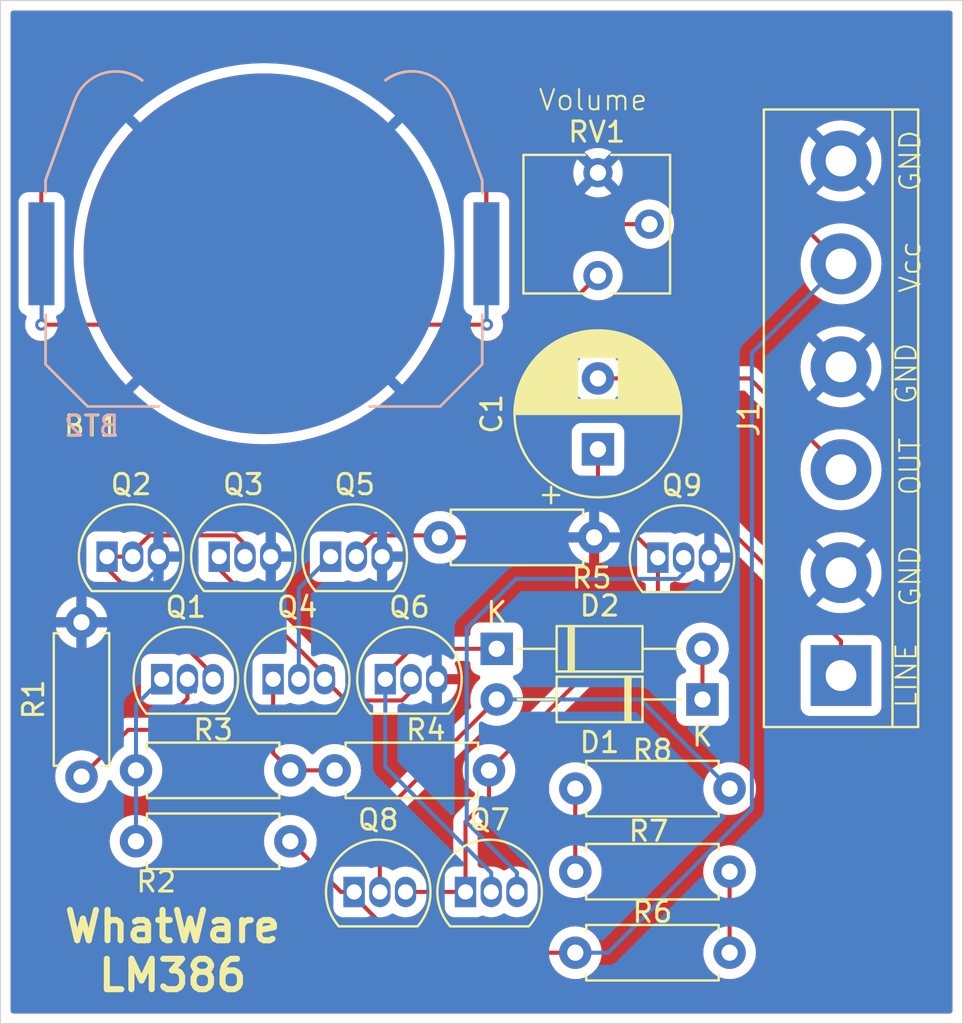
<source format=kicad_pcb>
(kicad_pcb (version 20240108) (generator "pcbnew") (generator_version "8.0")
  (layers (0 "F.Cu" signal) (31 "B.Cu" signal) (34 "B.Paste" user) (35 "F.Paste" user) (36 "B.SilkS" user "B.Silkscreen") (37 "F.SilkS" user "F.Silkscreen") (38 "B.Mask" user) (39 "F.Mask" user) (44 "Edge.Cuts" user))
  (net 0 "")
  (net 1 "VCC")
  (net 2 "Net-(BT1--)")
  (net 3 "GND")
  (net 4 "/FEEDBACK")
  (net 5 "/OUTPUT")
  (net 6 "Net-(D1-A)")
  (net 7 "Net-(D1-K)")
  (net 8 "Net-(J1-Pin_1)")
  (net 9 "/INPUT")
  (net 10 "Net-(D2-K)")
  (net 11 "Net-(Q3-C)")
  (net 12 "Net-(Q1-C)")
  (net 13 "Net-(Q1-B)")
  (net 14 "Net-(Q1-E)")
  (net 15 "Net-(Q4-C)")
  (net 16 "Net-(Q4-B)")
  (net 17 "Net-(Q7-E)")
  (net 18 "Net-(R6-Pad2)")
  (net 19 "Net-(R7-Pad2)")
  (footprint "Package_TO_SOT_THT:TO-92L_Inline" (layer "F.Cu") (at 96.46 93)
    (property "Reference" "Q8" (at 1.19 -3.56 0) (layer "F.SilkS"))
    (property "Value" "NPN")
    (pad "1" thru_hole rect (at 0 0) (size 1.05 1.5) (drill 0.75) (layers "*.Cu" "*.Mask" "In1.Cu" "In2.Cu" "In3.Cu" "In4.Cu" "In5.Cu" "In6.Cu" "In7.Cu" "In8.Cu" "In9.Cu" "In10.Cu" "In11.Cu" "In12.Cu" "In13.Cu" "In14.Cu" "In15.Cu" "In16.Cu" "In17.Cu" "In18.Cu" "In19.Cu" "In20.Cu" "In21.Cu" "In22.Cu" "In23.Cu" "In24.Cu" "In25.Cu" "In26.Cu" "In27.Cu" "In28.Cu" "In29.Cu" "In30.Cu") (net 1 "VCC"))
    (pad "2" thru_hole oval (at 1.27 0) (size 1.05 1.5) (drill 0.75) (layers "*.Cu" "*.Mask" "In1.Cu" "In2.Cu" "In3.Cu" "In4.Cu" "In5.Cu" "In6.Cu" "In7.Cu" "In8.Cu" "In9.Cu" "In10.Cu" "In11.Cu" "In12.Cu" "In13.Cu" "In14.Cu" "In15.Cu" "In16.Cu" "In17.Cu" "In18.Cu" "In19.Cu" "In20.Cu" "In21.Cu" "In22.Cu" "In23.Cu" "In24.Cu" "In25.Cu" "In26.Cu" "In27.Cu" "In28.Cu" "In29.Cu" "In30.Cu") (net 6 "Net-(D1-A)"))
    (pad "3" thru_hole oval (at 2.54 0) (size 1.05 1.5) (drill 0.75) (layers "*.Cu" "*.Mask" "In1.Cu" "In2.Cu" "In3.Cu" "In4.Cu" "In5.Cu" "In6.Cu" "In7.Cu" "In8.Cu" "In9.Cu" "In10.Cu" "In11.Cu" "In12.Cu" "In13.Cu" "In14.Cu" "In15.Cu" "In16.Cu" "In17.Cu" "In18.Cu" "In19.Cu" "In20.Cu" "In21.Cu" "In22.Cu" "In23.Cu" "In24.Cu" "In25.Cu" "In26.Cu" "In27.Cu" "In28.Cu" "In29.Cu" "In30.Cu") (net 4 "/FEEDBACK"))
  )
  (footprint "Capacitor_THT:CP_Radial_D8.0mm_P3.50mm" (layer "F.Cu") (at 108.5 71.152651 90)
    (property "Reference" "C1" (at 1.75 -5.25 90) (layer "F.SilkS"))
    (property "Value" "820u")
    (pad "1" thru_hole rect (at 0 0 90) (size 1.6 1.6) (drill 0.8) (layers "*.Cu" "*.Mask" "In1.Cu" "In2.Cu" "In3.Cu" "In4.Cu" "In5.Cu" "In6.Cu" "In7.Cu" "In8.Cu" "In9.Cu" "In10.Cu" "In11.Cu" "In12.Cu" "In13.Cu" "In14.Cu" "In15.Cu" "In16.Cu" "In17.Cu" "In18.Cu" "In19.Cu" "In20.Cu" "In21.Cu" "In22.Cu" "In23.Cu" "In24.Cu" "In25.Cu" "In26.Cu" "In27.Cu" "In28.Cu" "In29.Cu" "In30.Cu") (net 4 "/FEEDBACK"))
    (pad "2" thru_hole circle (at 3.5 0 90) (size 1.6 1.6) (drill 0.8) (layers "*.Cu" "*.Mask" "In1.Cu" "In2.Cu" "In3.Cu" "In4.Cu" "In5.Cu" "In6.Cu" "In7.Cu" "In8.Cu" "In9.Cu" "In10.Cu" "In11.Cu" "In12.Cu" "In13.Cu" "In14.Cu" "In15.Cu" "In16.Cu" "In17.Cu" "In18.Cu" "In19.Cu" "In20.Cu" "In21.Cu" "In22.Cu" "In23.Cu" "In24.Cu" "In25.Cu" "In26.Cu" "In27.Cu" "In28.Cu" "In29.Cu" "In30.Cu") (net 5 "/OUTPUT"))
  )
  (footprint "Package_TO_SOT_THT:TO-92L_Inline" (layer "F.Cu") (at 111.46 76.5)
    (property "Reference" "Q9" (at 1.19 -3.56 0) (layer "F.SilkS"))
    (property "Value" "NPN")
    (pad "1" thru_hole rect (at 0 0) (size 1.05 1.5) (drill 0.75) (layers "*.Cu" "*.Mask" "In1.Cu" "In2.Cu" "In3.Cu" "In4.Cu" "In5.Cu" "In6.Cu" "In7.Cu" "In8.Cu" "In9.Cu" "In10.Cu" "In11.Cu" "In12.Cu" "In13.Cu" "In14.Cu" "In15.Cu" "In16.Cu" "In17.Cu" "In18.Cu" "In19.Cu" "In20.Cu" "In21.Cu" "In22.Cu" "In23.Cu" "In24.Cu" "In25.Cu" "In26.Cu" "In27.Cu" "In28.Cu" "In29.Cu" "In30.Cu") (net 4 "/FEEDBACK"))
    (pad "2" thru_hole oval (at 1.27 0) (size 1.05 1.5) (drill 0.75) (layers "*.Cu" "*.Mask" "In1.Cu" "In2.Cu" "In3.Cu" "In4.Cu" "In5.Cu" "In6.Cu" "In7.Cu" "In8.Cu" "In9.Cu" "In10.Cu" "In11.Cu" "In12.Cu" "In13.Cu" "In14.Cu" "In15.Cu" "In16.Cu" "In17.Cu" "In18.Cu" "In19.Cu" "In20.Cu" "In21.Cu" "In22.Cu" "In23.Cu" "In24.Cu" "In25.Cu" "In26.Cu" "In27.Cu" "In28.Cu" "In29.Cu" "In30.Cu") (net 17 "Net-(Q7-E)"))
    (pad "3" thru_hole oval (at 2.54 0) (size 1.05 1.5) (drill 0.75) (layers "*.Cu" "*.Mask" "In1.Cu" "In2.Cu" "In3.Cu" "In4.Cu" "In5.Cu" "In6.Cu" "In7.Cu" "In8.Cu" "In9.Cu" "In10.Cu" "In11.Cu" "In12.Cu" "In13.Cu" "In14.Cu" "In15.Cu" "In16.Cu" "In17.Cu" "In18.Cu" "In19.Cu" "In20.Cu" "In21.Cu" "In22.Cu" "In23.Cu" "In24.Cu" "In25.Cu" "In26.Cu" "In27.Cu" "In28.Cu" "In29.Cu" "In30.Cu") (net 3 "GND"))
  )
  (footprint "Resistor_THT:R_Axial_DIN0207_L6.3mm_D2.5mm_P7.62mm_Horizontal" (layer "F.Cu") (at 85.69 87)
    (property "Reference" "R3" (at 3.81 -2 0) (layer "F.SilkS"))
    (property "Value" "1k5")
    (pad "1" thru_hole circle (at 0 0) (size 1.6 1.6) (drill 0.8) (layers "*.Cu" "*.Mask" "In1.Cu" "In2.Cu" "In3.Cu" "In4.Cu" "In5.Cu" "In6.Cu" "In7.Cu" "In8.Cu" "In9.Cu" "In10.Cu" "In11.Cu" "In12.Cu" "In13.Cu" "In14.Cu" "In15.Cu" "In16.Cu" "In17.Cu" "In18.Cu" "In19.Cu" "In20.Cu" "In21.Cu" "In22.Cu" "In23.Cu" "In24.Cu" "In25.Cu" "In26.Cu" "In27.Cu" "In28.Cu" "In29.Cu" "In30.Cu") (net 12 "Net-(Q1-C)"))
    (pad "2" thru_hole oval (at 7.62 0) (size 1.6 1.6) (drill 0.8) (layers "*.Cu" "*.Mask" "In1.Cu" "In2.Cu" "In3.Cu" "In4.Cu" "In5.Cu" "In6.Cu" "In7.Cu" "In8.Cu" "In9.Cu" "In10.Cu" "In11.Cu" "In12.Cu" "In13.Cu" "In14.Cu" "In15.Cu" "In16.Cu" "In17.Cu" "In18.Cu" "In19.Cu" "In20.Cu" "In21.Cu" "In22.Cu" "In23.Cu" "In24.Cu" "In25.Cu" "In26.Cu" "In27.Cu" "In28.Cu" "In29.Cu" "In30.Cu") (net 15 "Net-(Q4-C)"))
  )
  (footprint "Package_TO_SOT_THT:TO-92L_Inline" (layer "F.Cu") (at 86.96 82.5)
    (property "Reference" "Q1" (at 1.19 -3.56 0) (layer "F.SilkS"))
    (property "Value" "PNP")
    (pad "1" thru_hole rect (at 0 0) (size 1.05 1.5) (drill 0.75) (layers "*.Cu" "*.Mask" "In1.Cu" "In2.Cu" "In3.Cu" "In4.Cu" "In5.Cu" "In6.Cu" "In7.Cu" "In8.Cu" "In9.Cu" "In10.Cu" "In11.Cu" "In12.Cu" "In13.Cu" "In14.Cu" "In15.Cu" "In16.Cu" "In17.Cu" "In18.Cu" "In19.Cu" "In20.Cu" "In21.Cu" "In22.Cu" "In23.Cu" "In24.Cu" "In25.Cu" "In26.Cu" "In27.Cu" "In28.Cu" "In29.Cu" "In30.Cu") (net 12 "Net-(Q1-C)"))
    (pad "2" thru_hole oval (at 1.27 0) (size 1.05 1.5) (drill 0.75) (layers "*.Cu" "*.Mask" "In1.Cu" "In2.Cu" "In3.Cu" "In4.Cu" "In5.Cu" "In6.Cu" "In7.Cu" "In8.Cu" "In9.Cu" "In10.Cu" "In11.Cu" "In12.Cu" "In13.Cu" "In14.Cu" "In15.Cu" "In16.Cu" "In17.Cu" "In18.Cu" "In19.Cu" "In20.Cu" "In21.Cu" "In22.Cu" "In23.Cu" "In24.Cu" "In25.Cu" "In26.Cu" "In27.Cu" "In28.Cu" "In29.Cu" "In30.Cu") (net 13 "Net-(Q1-B)"))
    (pad "3" thru_hole oval (at 2.54 0) (size 1.05 1.5) (drill 0.75) (layers "*.Cu" "*.Mask" "In1.Cu" "In2.Cu" "In3.Cu" "In4.Cu" "In5.Cu" "In6.Cu" "In7.Cu" "In8.Cu" "In9.Cu" "In10.Cu" "In11.Cu" "In12.Cu" "In13.Cu" "In14.Cu" "In15.Cu" "In16.Cu" "In17.Cu" "In18.Cu" "In19.Cu" "In20.Cu" "In21.Cu" "In22.Cu" "In23.Cu" "In24.Cu" "In25.Cu" "In26.Cu" "In27.Cu" "In28.Cu" "In29.Cu" "In30.Cu") (net 14 "Net-(Q1-E)"))
  )
  (footprint "Diode_THT:D_DO-35_SOD27_P10.16mm_Horizontal" (layer "F.Cu") (at 103.5 81)
    (property "Reference" "D2" (at 5.08 -2.12 0) (layer "F.SilkS"))
    (property "Value" "D")
    (fp_text user "K" (at 0 -1.8 0) (layer "F.SilkS"))
    (pad "1" thru_hole rect (at 0 0) (size 1.6 1.6) (drill 0.8) (layers "*.Cu" "*.Mask" "In1.Cu" "In2.Cu" "In3.Cu" "In4.Cu" "In5.Cu" "In6.Cu" "In7.Cu" "In8.Cu" "In9.Cu" "In10.Cu" "In11.Cu" "In12.Cu" "In13.Cu" "In14.Cu" "In15.Cu" "In16.Cu" "In17.Cu" "In18.Cu" "In19.Cu" "In20.Cu" "In21.Cu" "In22.Cu" "In23.Cu" "In24.Cu" "In25.Cu" "In26.Cu" "In27.Cu" "In28.Cu" "In29.Cu" "In30.Cu") (net 10 "Net-(D2-K)"))
    (pad "2" thru_hole oval (at 10.16 0) (size 1.6 1.6) (drill 0.8) (layers "*.Cu" "*.Mask" "In1.Cu" "In2.Cu" "In3.Cu" "In4.Cu" "In5.Cu" "In6.Cu" "In7.Cu" "In8.Cu" "In9.Cu" "In10.Cu" "In11.Cu" "In12.Cu" "In13.Cu" "In14.Cu" "In15.Cu" "In16.Cu" "In17.Cu" "In18.Cu" "In19.Cu" "In20.Cu" "In21.Cu" "In22.Cu" "In23.Cu" "In24.Cu" "In25.Cu" "In26.Cu" "In27.Cu" "In28.Cu" "In29.Cu" "In30.Cu") (net 7 "Net-(D1-K)"))
  )
  (footprint "Resistor_THT:R_Axial_DIN0207_L6.3mm_D2.5mm_P7.62mm_Horizontal" (layer "F.Cu") (at 100.69 75.5)
    (property "Reference" "R5" (at 7.5 2 0) (layer "F.SilkS"))
    (property "Value" "47k")
    (pad "1" thru_hole circle (at 0 0) (size 1.6 1.6) (drill 0.8) (layers "*.Cu" "*.Mask" "In1.Cu" "In2.Cu" "In3.Cu" "In4.Cu" "In5.Cu" "In6.Cu" "In7.Cu" "In8.Cu" "In9.Cu" "In10.Cu" "In11.Cu" "In12.Cu" "In13.Cu" "In14.Cu" "In15.Cu" "In16.Cu" "In17.Cu" "In18.Cu" "In19.Cu" "In20.Cu" "In21.Cu" "In22.Cu" "In23.Cu" "In24.Cu" "In25.Cu" "In26.Cu" "In27.Cu" "In28.Cu" "In29.Cu" "In30.Cu") (net 9 "/INPUT"))
    (pad "2" thru_hole oval (at 7.62 0) (size 1.6 1.6) (drill 0.8) (layers "*.Cu" "*.Mask" "In1.Cu" "In2.Cu" "In3.Cu" "In4.Cu" "In5.Cu" "In6.Cu" "In7.Cu" "In8.Cu" "In9.Cu" "In10.Cu" "In11.Cu" "In12.Cu" "In13.Cu" "In14.Cu" "In15.Cu" "In16.Cu" "In17.Cu" "In18.Cu" "In19.Cu" "In20.Cu" "In21.Cu" "In22.Cu" "In23.Cu" "In24.Cu" "In25.Cu" "In26.Cu" "In27.Cu" "In28.Cu" "In29.Cu" "In30.Cu") (net 3 "GND"))
  )
  (footprint "Diode_THT:D_DO-35_SOD27_P10.16mm_Horizontal" (layer "F.Cu") (at 113.66 83.5 180)
    (property "Reference" "D1" (at 5.08 -2.12 0) (layer "F.SilkS"))
    (property "Value" "D")
    (fp_text user "K" (at 0 -1.8 0) (layer "F.SilkS"))
    (pad "1" thru_hole rect (at 0 0 180) (size 1.6 1.6) (drill 0.8) (layers "*.Cu" "*.Mask" "In1.Cu" "In2.Cu" "In3.Cu" "In4.Cu" "In5.Cu" "In6.Cu" "In7.Cu" "In8.Cu" "In9.Cu" "In10.Cu" "In11.Cu" "In12.Cu" "In13.Cu" "In14.Cu" "In15.Cu" "In16.Cu" "In17.Cu" "In18.Cu" "In19.Cu" "In20.Cu" "In21.Cu" "In22.Cu" "In23.Cu" "In24.Cu" "In25.Cu" "In26.Cu" "In27.Cu" "In28.Cu" "In29.Cu" "In30.Cu") (net 7 "Net-(D1-K)"))
    (pad "2" thru_hole oval (at 10.16 0 180) (size 1.6 1.6) (drill 0.8) (layers "*.Cu" "*.Mask" "In1.Cu" "In2.Cu" "In3.Cu" "In4.Cu" "In5.Cu" "In6.Cu" "In7.Cu" "In8.Cu" "In9.Cu" "In10.Cu" "In11.Cu" "In12.Cu" "In13.Cu" "In14.Cu" "In15.Cu" "In16.Cu" "In17.Cu" "In18.Cu" "In19.Cu" "In20.Cu" "In21.Cu" "In22.Cu" "In23.Cu" "In24.Cu" "In25.Cu" "In26.Cu" "In27.Cu" "In28.Cu" "In29.Cu" "In30.Cu") (net 6 "Net-(D1-A)"))
  )
  (footprint "Resistor_THT:R_Axial_DIN0207_L6.3mm_D2.5mm_P7.62mm_Horizontal" (layer "F.Cu") (at 115 92 180)
    (property "Reference" "R7" (at 4 2 180) (layer "F.SilkS"))
    (property "Value" "220R")
    (pad "1" thru_hole circle (at 0 0 180) (size 1.6 1.6) (drill 0.8) (layers "*.Cu" "*.Mask" "In1.Cu" "In2.Cu" "In3.Cu" "In4.Cu" "In5.Cu" "In6.Cu" "In7.Cu" "In8.Cu" "In9.Cu" "In10.Cu" "In11.Cu" "In12.Cu" "In13.Cu" "In14.Cu" "In15.Cu" "In16.Cu" "In17.Cu" "In18.Cu" "In19.Cu" "In20.Cu" "In21.Cu" "In22.Cu" "In23.Cu" "In24.Cu" "In25.Cu" "In26.Cu" "In27.Cu" "In28.Cu" "In29.Cu" "In30.Cu") (net 18 "Net-(R6-Pad2)"))
    (pad "2" thru_hole oval (at 7.62 0 180) (size 1.6 1.6) (drill 0.8) (layers "*.Cu" "*.Mask" "In1.Cu" "In2.Cu" "In3.Cu" "In4.Cu" "In5.Cu" "In6.Cu" "In7.Cu" "In8.Cu" "In9.Cu" "In10.Cu" "In11.Cu" "In12.Cu" "In13.Cu" "In14.Cu" "In15.Cu" "In16.Cu" "In17.Cu" "In18.Cu" "In19.Cu" "In20.Cu" "In21.Cu" "In22.Cu" "In23.Cu" "In24.Cu" "In25.Cu" "In26.Cu" "In27.Cu" "In28.Cu" "In29.Cu" "In30.Cu") (net 19 "Net-(R7-Pad2)"))
  )
  (footprint "Battery:BatteryHolder_Keystone_3034_1x20mm" (layer "F.Cu") (at 92 61.5 180)
    (property "Reference" "BT1" (at 8.5 -8.5 0) (layer "F.SilkS"))
    (property "Value" "Battery_Cell")
    (pad "1" smd rect (at -10.985 0 180) (size 1.27 5.08) (layers "F.Cu" "F.Paste" "F.Mask") (net 1 "VCC"))
    (pad "1" smd rect (at 10.985 0 180) (size 1.27 5.08) (layers "F.Cu" "F.Paste" "F.Mask") (net 1 "VCC"))
    (pad "2" smd circle (at 0 0 180) (size 17.8 17.8) (layers "F.Cu" "F.Mask") (net 2 "Net-(BT1--)"))
  )
  (footprint "Resistor_THT:R_Axial_DIN0207_L6.3mm_D2.5mm_P7.62mm_Horizontal" (layer "F.Cu") (at 107.38 87.9)
    (property "Reference" "R8" (at 3.81 -1.9 0) (layer "F.SilkS"))
    (property "Value" "220R")
    (pad "1" thru_hole circle (at 0 0) (size 1.6 1.6) (drill 0.8) (layers "*.Cu" "*.Mask" "In1.Cu" "In2.Cu" "In3.Cu" "In4.Cu" "In5.Cu" "In6.Cu" "In7.Cu" "In8.Cu" "In9.Cu" "In10.Cu" "In11.Cu" "In12.Cu" "In13.Cu" "In14.Cu" "In15.Cu" "In16.Cu" "In17.Cu" "In18.Cu" "In19.Cu" "In20.Cu" "In21.Cu" "In22.Cu" "In23.Cu" "In24.Cu" "In25.Cu" "In26.Cu" "In27.Cu" "In28.Cu" "In29.Cu" "In30.Cu") (net 19 "Net-(R7-Pad2)"))
    (pad "2" thru_hole oval (at 7.62 0) (size 1.6 1.6) (drill 0.8) (layers "*.Cu" "*.Mask" "In1.Cu" "In2.Cu" "In3.Cu" "In4.Cu" "In5.Cu" "In6.Cu" "In7.Cu" "In8.Cu" "In9.Cu" "In10.Cu" "In11.Cu" "In12.Cu" "In13.Cu" "In14.Cu" "In15.Cu" "In16.Cu" "In17.Cu" "In18.Cu" "In19.Cu" "In20.Cu" "In21.Cu" "In22.Cu" "In23.Cu" "In24.Cu" "In25.Cu" "In26.Cu" "In27.Cu" "In28.Cu" "In29.Cu" "In30.Cu") (net 6 "Net-(D1-A)"))
  )
  (footprint "Package_TO_SOT_THT:TO-92L_Inline" (layer "F.Cu") (at 98 82.5)
    (property "Reference" "Q6" (at 1.19 -3.56 0) (layer "F.SilkS"))
    (property "Value" "NPN")
    (pad "1" thru_hole rect (at 0 0) (size 1.05 1.5) (drill 0.75) (layers "*.Cu" "*.Mask" "In1.Cu" "In2.Cu" "In3.Cu" "In4.Cu" "In5.Cu" "In6.Cu" "In7.Cu" "In8.Cu" "In9.Cu" "In10.Cu" "In11.Cu" "In12.Cu" "In13.Cu" "In14.Cu" "In15.Cu" "In16.Cu" "In17.Cu" "In18.Cu" "In19.Cu" "In20.Cu" "In21.Cu" "In22.Cu" "In23.Cu" "In24.Cu" "In25.Cu" "In26.Cu" "In27.Cu" "In28.Cu" "In29.Cu" "In30.Cu") (net 10 "Net-(D2-K)"))
    (pad "2" thru_hole oval (at 1.27 0) (size 1.05 1.5) (drill 0.75) (layers "*.Cu" "*.Mask" "In1.Cu" "In2.Cu" "In3.Cu" "In4.Cu" "In5.Cu" "In6.Cu" "In7.Cu" "In8.Cu" "In9.Cu" "In10.Cu" "In11.Cu" "In12.Cu" "In13.Cu" "In14.Cu" "In15.Cu" "In16.Cu" "In17.Cu" "In18.Cu" "In19.Cu" "In20.Cu" "In21.Cu" "In22.Cu" "In23.Cu" "In24.Cu" "In25.Cu" "In26.Cu" "In27.Cu" "In28.Cu" "In29.Cu" "In30.Cu") (net 11 "Net-(Q3-C)"))
    (pad "3" thru_hole oval (at 2.54 0) (size 1.05 1.5) (drill 0.75) (layers "*.Cu" "*.Mask" "In1.Cu" "In2.Cu" "In3.Cu" "In4.Cu" "In5.Cu" "In6.Cu" "In7.Cu" "In8.Cu" "In9.Cu" "In10.Cu" "In11.Cu" "In12.Cu" "In13.Cu" "In14.Cu" "In15.Cu" "In16.Cu" "In17.Cu" "In18.Cu" "In19.Cu" "In20.Cu" "In21.Cu" "In22.Cu" "In23.Cu" "In24.Cu" "In25.Cu" "In26.Cu" "In27.Cu" "In28.Cu" "In29.Cu" "In30.Cu") (net 3 "GND"))
  )
  (footprint "Package_TO_SOT_THT:TO-92L_Inline" (layer "F.Cu") (at 95.3 76.45)
    (property "Reference" "Q5" (at 1.19 -3.56 0) (layer "F.SilkS"))
    (property "Value" "PNP")
    (pad "1" thru_hole rect (at 0 0) (size 1.05 1.5) (drill 0.75) (layers "*.Cu" "*.Mask" "In1.Cu" "In2.Cu" "In3.Cu" "In4.Cu" "In5.Cu" "In6.Cu" "In7.Cu" "In8.Cu" "In9.Cu" "In10.Cu" "In11.Cu" "In12.Cu" "In13.Cu" "In14.Cu" "In15.Cu" "In16.Cu" "In17.Cu" "In18.Cu" "In19.Cu" "In20.Cu" "In21.Cu" "In22.Cu" "In23.Cu" "In24.Cu" "In25.Cu" "In26.Cu" "In27.Cu" "In28.Cu" "In29.Cu" "In30.Cu") (net 16 "Net-(Q4-B)"))
    (pad "2" thru_hole oval (at 1.27 0) (size 1.05 1.5) (drill 0.75) (layers "*.Cu" "*.Mask" "In1.Cu" "In2.Cu" "In3.Cu" "In4.Cu" "In5.Cu" "In6.Cu" "In7.Cu" "In8.Cu" "In9.Cu" "In10.Cu" "In11.Cu" "In12.Cu" "In13.Cu" "In14.Cu" "In15.Cu" "In16.Cu" "In17.Cu" "In18.Cu" "In19.Cu" "In20.Cu" "In21.Cu" "In22.Cu" "In23.Cu" "In24.Cu" "In25.Cu" "In26.Cu" "In27.Cu" "In28.Cu" "In29.Cu" "In30.Cu") (net 9 "/INPUT"))
    (pad "3" thru_hole oval (at 2.54 0) (size 1.05 1.5) (drill 0.75) (layers "*.Cu" "*.Mask" "In1.Cu" "In2.Cu" "In3.Cu" "In4.Cu" "In5.Cu" "In6.Cu" "In7.Cu" "In8.Cu" "In9.Cu" "In10.Cu" "In11.Cu" "In12.Cu" "In13.Cu" "In14.Cu" "In15.Cu" "In16.Cu" "In17.Cu" "In18.Cu" "In19.Cu" "In20.Cu" "In21.Cu" "In22.Cu" "In23.Cu" "In24.Cu" "In25.Cu" "In26.Cu" "In27.Cu" "In28.Cu" "In29.Cu" "In30.Cu") (net 3 "GND"))
  )
  (footprint "TerminalBlock:TerminalBlock_bornier-6_P5.08mm" (layer "F.Cu") (at 120.5 82.32 90)
    (property "Reference" "J1" (at 12.65 -4.55 90) (layer "F.SilkS"))
    (property "Value" "Conn_01x06_Pin")
    (pad "1" thru_hole rect (at 0 0 90) (size 3 3) (drill 1.52) (layers "*.Cu" "*.Mask" "In1.Cu" "In2.Cu" "In3.Cu" "In4.Cu" "In5.Cu" "In6.Cu" "In7.Cu" "In8.Cu" "In9.Cu" "In10.Cu" "In11.Cu" "In12.Cu" "In13.Cu" "In14.Cu" "In15.Cu" "In16.Cu" "In17.Cu" "In18.Cu" "In19.Cu" "In20.Cu" "In21.Cu" "In22.Cu" "In23.Cu" "In24.Cu" "In25.Cu" "In26.Cu" "In27.Cu" "In28.Cu" "In29.Cu" "In30.Cu") (net 8 "Net-(J1-Pin_1)"))
    (pad "2" thru_hole circle (at 5.08 0 90) (size 3 3) (drill 1.52) (layers "*.Cu" "*.Mask" "In1.Cu" "In2.Cu" "In3.Cu" "In4.Cu" "In5.Cu" "In6.Cu" "In7.Cu" "In8.Cu" "In9.Cu" "In10.Cu" "In11.Cu" "In12.Cu" "In13.Cu" "In14.Cu" "In15.Cu" "In16.Cu" "In17.Cu" "In18.Cu" "In19.Cu" "In20.Cu" "In21.Cu" "In22.Cu" "In23.Cu" "In24.Cu" "In25.Cu" "In26.Cu" "In27.Cu" "In28.Cu" "In29.Cu" "In30.Cu") (net 3 "GND"))
    (pad "3" thru_hole circle (at 10.16 0 90) (size 3 3) (drill 1.52) (layers "*.Cu" "*.Mask" "In1.Cu" "In2.Cu" "In3.Cu" "In4.Cu" "In5.Cu" "In6.Cu" "In7.Cu" "In8.Cu" "In9.Cu" "In10.Cu" "In11.Cu" "In12.Cu" "In13.Cu" "In14.Cu" "In15.Cu" "In16.Cu" "In17.Cu" "In18.Cu" "In19.Cu" "In20.Cu" "In21.Cu" "In22.Cu" "In23.Cu" "In24.Cu" "In25.Cu" "In26.Cu" "In27.Cu" "In28.Cu" "In29.Cu" "In30.Cu") (net 5 "/OUTPUT"))
    (pad "4" thru_hole circle (at 15.24 0 90) (size 3 3) (drill 1.52) (layers "*.Cu" "*.Mask" "In1.Cu" "In2.Cu" "In3.Cu" "In4.Cu" "In5.Cu" "In6.Cu" "In7.Cu" "In8.Cu" "In9.Cu" "In10.Cu" "In11.Cu" "In12.Cu" "In13.Cu" "In14.Cu" "In15.Cu" "In16.Cu" "In17.Cu" "In18.Cu" "In19.Cu" "In20.Cu" "In21.Cu" "In22.Cu" "In23.Cu" "In24.Cu" "In25.Cu" "In26.Cu" "In27.Cu" "In28.Cu" "In29.Cu" "In30.Cu") (net 3 "GND"))
    (pad "5" thru_hole circle (at 20.32 0 90) (size 3 3) (drill 1.52) (layers "*.Cu" "*.Mask" "In1.Cu" "In2.Cu" "In3.Cu" "In4.Cu" "In5.Cu" "In6.Cu" "In7.Cu" "In8.Cu" "In9.Cu" "In10.Cu" "In11.Cu" "In12.Cu" "In13.Cu" "In14.Cu" "In15.Cu" "In16.Cu" "In17.Cu" "In18.Cu" "In19.Cu" "In20.Cu" "In21.Cu" "In22.Cu" "In23.Cu" "In24.Cu" "In25.Cu" "In26.Cu" "In27.Cu" "In28.Cu" "In29.Cu" "In30.Cu") (net 1 "VCC"))
    (pad "6" thru_hole circle (at 25.4 0 90) (size 3 3) (drill 1.52) (layers "*.Cu" "*.Mask" "In1.Cu" "In2.Cu" "In3.Cu" "In4.Cu" "In5.Cu" "In6.Cu" "In7.Cu" "In8.Cu" "In9.Cu" "In10.Cu" "In11.Cu" "In12.Cu" "In13.Cu" "In14.Cu" "In15.Cu" "In16.Cu" "In17.Cu" "In18.Cu" "In19.Cu" "In20.Cu" "In21.Cu" "In22.Cu" "In23.Cu" "In24.Cu" "In25.Cu" "In26.Cu" "In27.Cu" "In28.Cu" "In29.Cu" "In30.Cu") (net 3 "GND"))
  )
  (footprint "Resistor_THT:R_Axial_DIN0207_L6.3mm_D2.5mm_P7.62mm_Horizontal" (layer "F.Cu") (at 95.5 87)
    (property "Reference" "R4" (at 4.5 -2 0) (layer "F.SilkS"))
    (property "Value" "15k")
    (pad "1" thru_hole circle (at 0 0) (size 1.6 1.6) (drill 0.8) (layers "*.Cu" "*.Mask" "In1.Cu" "In2.Cu" "In3.Cu" "In4.Cu" "In5.Cu" "In6.Cu" "In7.Cu" "In8.Cu" "In9.Cu" "In10.Cu" "In11.Cu" "In12.Cu" "In13.Cu" "In14.Cu" "In15.Cu" "In16.Cu" "In17.Cu" "In18.Cu" "In19.Cu" "In20.Cu" "In21.Cu" "In22.Cu" "In23.Cu" "In24.Cu" "In25.Cu" "In26.Cu" "In27.Cu" "In28.Cu" "In29.Cu" "In30.Cu") (net 15 "Net-(Q4-C)"))
    (pad "2" thru_hole oval (at 7.62 0) (size 1.6 1.6) (drill 0.8) (layers "*.Cu" "*.Mask" "In1.Cu" "In2.Cu" "In3.Cu" "In4.Cu" "In5.Cu" "In6.Cu" "In7.Cu" "In8.Cu" "In9.Cu" "In10.Cu" "In11.Cu" "In12.Cu" "In13.Cu" "In14.Cu" "In15.Cu" "In16.Cu" "In17.Cu" "In18.Cu" "In19.Cu" "In20.Cu" "In21.Cu" "In22.Cu" "In23.Cu" "In24.Cu" "In25.Cu" "In26.Cu" "In27.Cu" "In28.Cu" "In29.Cu" "In30.Cu") (net 4 "/FEEDBACK"))
  )
  (footprint "Resistor_THT:R_Axial_DIN0207_L6.3mm_D2.5mm_P7.62mm_Horizontal" (layer "F.Cu") (at 85.69 90.5)
    (property "Reference" "R2" (at 1 2 0) (layer "F.SilkS"))
    (property "Value" "10k")
    (pad "1" thru_hole circle (at 0 0) (size 1.6 1.6) (drill 0.8) (layers "*.Cu" "*.Mask" "In1.Cu" "In2.Cu" "In3.Cu" "In4.Cu" "In5.Cu" "In6.Cu" "In7.Cu" "In8.Cu" "In9.Cu" "In10.Cu" "In11.Cu" "In12.Cu" "In13.Cu" "In14.Cu" "In15.Cu" "In16.Cu" "In17.Cu" "In18.Cu" "In19.Cu" "In20.Cu" "In21.Cu" "In22.Cu" "In23.Cu" "In24.Cu" "In25.Cu" "In26.Cu" "In27.Cu" "In28.Cu" "In29.Cu" "In30.Cu") (net 12 "Net-(Q1-C)"))
    (pad "2" thru_hole oval (at 7.62 0) (size 1.6 1.6) (drill 0.8) (layers "*.Cu" "*.Mask" "In1.Cu" "In2.Cu" "In3.Cu" "In4.Cu" "In5.Cu" "In6.Cu" "In7.Cu" "In8.Cu" "In9.Cu" "In10.Cu" "In11.Cu" "In12.Cu" "In13.Cu" "In14.Cu" "In15.Cu" "In16.Cu" "In17.Cu" "In18.Cu" "In19.Cu" "In20.Cu" "In21.Cu" "In22.Cu" "In23.Cu" "In24.Cu" "In25.Cu" "In26.Cu" "In27.Cu" "In28.Cu" "In29.Cu" "In30.Cu") (net 1 "VCC"))
  )
  (footprint "Package_TO_SOT_THT:TO-92L_Inline" (layer "F.Cu") (at 84.26 76.45)
    (property "Reference" "Q2" (at 1.19 -3.56 0) (layer "F.SilkS"))
    (property "Value" "NPN")
    (pad "1" thru_hole rect (at 0 0) (size 1.05 1.5) (drill 0.75) (layers "*.Cu" "*.Mask" "In1.Cu" "In2.Cu" "In3.Cu" "In4.Cu" "In5.Cu" "In6.Cu" "In7.Cu" "In8.Cu" "In9.Cu" "In10.Cu" "In11.Cu" "In12.Cu" "In13.Cu" "In14.Cu" "In15.Cu" "In16.Cu" "In17.Cu" "In18.Cu" "In19.Cu" "In20.Cu" "In21.Cu" "In22.Cu" "In23.Cu" "In24.Cu" "In25.Cu" "In26.Cu" "In27.Cu" "In28.Cu" "In29.Cu" "In30.Cu") (net 14 "Net-(Q1-E)"))
    (pad "2" thru_hole oval (at 1.27 0) (size 1.05 1.5) (drill 0.75) (layers "*.Cu" "*.Mask" "In1.Cu" "In2.Cu" "In3.Cu" "In4.Cu" "In5.Cu" "In6.Cu" "In7.Cu" "In8.Cu" "In9.Cu" "In10.Cu" "In11.Cu" "In12.Cu" "In13.Cu" "In14.Cu" "In15.Cu" "In16.Cu" "In17.Cu" "In18.Cu" "In19.Cu" "In20.Cu" "In21.Cu" "In22.Cu" "In23.Cu" "In24.Cu" "In25.Cu" "In26.Cu" "In27.Cu" "In28.Cu" "In29.Cu" "In30.Cu") (net 14 "Net-(Q1-E)"))
    (pad "3" thru_hole oval (at 2.54 0) (size 1.05 1.5) (drill 0.75) (layers "*.Cu" "*.Mask" "In1.Cu" "In2.Cu" "In3.Cu" "In4.Cu" "In5.Cu" "In6.Cu" "In7.Cu" "In8.Cu" "In9.Cu" "In10.Cu" "In11.Cu" "In12.Cu" "In13.Cu" "In14.Cu" "In15.Cu" "In16.Cu" "In17.Cu" "In18.Cu" "In19.Cu" "In20.Cu" "In21.Cu" "In22.Cu" "In23.Cu" "In24.Cu" "In25.Cu" "In26.Cu" "In27.Cu" "In28.Cu" "In29.Cu" "In30.Cu") (net 3 "GND"))
  )
  (footprint "Package_TO_SOT_THT:TO-92L_Inline" (layer "F.Cu") (at 89.8 76.45)
    (property "Reference" "Q3" (at 1.19 -3.56 0) (layer "F.SilkS"))
    (property "Value" "NPN")
    (pad "1" thru_hole rect (at 0 0) (size 1.05 1.5) (drill 0.75) (layers "*.Cu" "*.Mask" "In1.Cu" "In2.Cu" "In3.Cu" "In4.Cu" "In5.Cu" "In6.Cu" "In7.Cu" "In8.Cu" "In9.Cu" "In10.Cu" "In11.Cu" "In12.Cu" "In13.Cu" "In14.Cu" "In15.Cu" "In16.Cu" "In17.Cu" "In18.Cu" "In19.Cu" "In20.Cu" "In21.Cu" "In22.Cu" "In23.Cu" "In24.Cu" "In25.Cu" "In26.Cu" "In27.Cu" "In28.Cu" "In29.Cu" "In30.Cu") (net 11 "Net-(Q3-C)"))
    (pad "2" thru_hole oval (at 1.27 0) (size 1.05 1.5) (drill 0.75) (layers "*.Cu" "*.Mask" "In1.Cu" "In2.Cu" "In3.Cu" "In4.Cu" "In5.Cu" "In6.Cu" "In7.Cu" "In8.Cu" "In9.Cu" "In10.Cu" "In11.Cu" "In12.Cu" "In13.Cu" "In14.Cu" "In15.Cu" "In16.Cu" "In17.Cu" "In18.Cu" "In19.Cu" "In20.Cu" "In21.Cu" "In22.Cu" "In23.Cu" "In24.Cu" "In25.Cu" "In26.Cu" "In27.Cu" "In28.Cu" "In29.Cu" "In30.Cu") (net 14 "Net-(Q1-E)"))
    (pad "3" thru_hole oval (at 2.54 0) (size 1.05 1.5) (drill 0.75) (layers "*.Cu" "*.Mask" "In1.Cu" "In2.Cu" "In3.Cu" "In4.Cu" "In5.Cu" "In6.Cu" "In7.Cu" "In8.Cu" "In9.Cu" "In10.Cu" "In11.Cu" "In12.Cu" "In13.Cu" "In14.Cu" "In15.Cu" "In16.Cu" "In17.Cu" "In18.Cu" "In19.Cu" "In20.Cu" "In21.Cu" "In22.Cu" "In23.Cu" "In24.Cu" "In25.Cu" "In26.Cu" "In27.Cu" "In28.Cu" "In29.Cu" "In30.Cu") (net 3 "GND"))
  )
  (footprint "Resistor_THT:R_Axial_DIN0207_L6.3mm_D2.5mm_P7.62mm_Horizontal" (layer "F.Cu") (at 83 87.31 90)
    (property "Reference" "R1" (at 3.81 -2.37 90) (layer "F.SilkS"))
    (property "Value" "10k")
    (pad "1" thru_hole circle (at 0 0 90) (size 1.6 1.6) (drill 0.8) (layers "*.Cu" "*.Mask" "In1.Cu" "In2.Cu" "In3.Cu" "In4.Cu" "In5.Cu" "In6.Cu" "In7.Cu" "In8.Cu" "In9.Cu" "In10.Cu" "In11.Cu" "In12.Cu" "In13.Cu" "In14.Cu" "In15.Cu" "In16.Cu" "In17.Cu" "In18.Cu" "In19.Cu" "In20.Cu" "In21.Cu" "In22.Cu" "In23.Cu" "In24.Cu" "In25.Cu" "In26.Cu" "In27.Cu" "In28.Cu" "In29.Cu" "In30.Cu") (net 13 "Net-(Q1-B)"))
    (pad "2" thru_hole oval (at 7.62 0 90) (size 1.6 1.6) (drill 0.8) (layers "*.Cu" "*.Mask" "In1.Cu" "In2.Cu" "In3.Cu" "In4.Cu" "In5.Cu" "In6.Cu" "In7.Cu" "In8.Cu" "In9.Cu" "In10.Cu" "In11.Cu" "In12.Cu" "In13.Cu" "In14.Cu" "In15.Cu" "In16.Cu" "In17.Cu" "In18.Cu" "In19.Cu" "In20.Cu" "In21.Cu" "In22.Cu" "In23.Cu" "In24.Cu" "In25.Cu" "In26.Cu" "In27.Cu" "In28.Cu" "In29.Cu" "In30.Cu") (net 3 "GND"))
  )
  (footprint "Package_TO_SOT_THT:TO-92L_Inline" (layer "F.Cu") (at 92.46 82.5)
    (property "Reference" "Q4" (at 1.19 -3.56 0) (layer "F.SilkS"))
    (property "Value" "PNP")
    (pad "1" thru_hole rect (at 0 0) (size 1.05 1.5) (drill 0.75) (layers "*.Cu" "*.Mask" "In1.Cu" "In2.Cu" "In3.Cu" "In4.Cu" "In5.Cu" "In6.Cu" "In7.Cu" "In8.Cu" "In9.Cu" "In10.Cu" "In11.Cu" "In12.Cu" "In13.Cu" "In14.Cu" "In15.Cu" "In16.Cu" "In17.Cu" "In18.Cu" "In19.Cu" "In20.Cu" "In21.Cu" "In22.Cu" "In23.Cu" "In24.Cu" "In25.Cu" "In26.Cu" "In27.Cu" "In28.Cu" "In29.Cu" "In30.Cu") (net 15 "Net-(Q4-C)"))
    (pad "2" thru_hole oval (at 1.27 0) (size 1.05 1.5) (drill 0.75) (layers "*.Cu" "*.Mask" "In1.Cu" "In2.Cu" "In3.Cu" "In4.Cu" "In5.Cu" "In6.Cu" "In7.Cu" "In8.Cu" "In9.Cu" "In10.Cu" "In11.Cu" "In12.Cu" "In13.Cu" "In14.Cu" "In15.Cu" "In16.Cu" "In17.Cu" "In18.Cu" "In19.Cu" "In20.Cu" "In21.Cu" "In22.Cu" "In23.Cu" "In24.Cu" "In25.Cu" "In26.Cu" "In27.Cu" "In28.Cu" "In29.Cu" "In30.Cu") (net 16 "Net-(Q4-B)"))
    (pad "3" thru_hole oval (at 2.54 0) (size 1.05 1.5) (drill 0.75) (layers "*.Cu" "*.Mask" "In1.Cu" "In2.Cu" "In3.Cu" "In4.Cu" "In5.Cu" "In6.Cu" "In7.Cu" "In8.Cu" "In9.Cu" "In10.Cu" "In11.Cu" "In12.Cu" "In13.Cu" "In14.Cu" "In15.Cu" "In16.Cu" "In17.Cu" "In18.Cu" "In19.Cu" "In20.Cu" "In21.Cu" "In22.Cu" "In23.Cu" "In24.Cu" "In25.Cu" "In26.Cu" "In27.Cu" "In28.Cu" "In29.Cu" "In30.Cu") (net 11 "Net-(Q3-C)"))
  )
  (footprint "Resistor_THT:R_Axial_DIN0207_L6.3mm_D2.5mm_P7.62mm_Horizontal" (layer "F.Cu") (at 107.38 96)
    (property "Reference" "R6" (at 3.81 -2 0) (layer "F.SilkS"))
    (property "Value" "220R")
    (pad "1" thru_hole circle (at 0 0) (size 1.6 1.6) (drill 0.8) (layers "*.Cu" "*.Mask" "In1.Cu" "In2.Cu" "In3.Cu" "In4.Cu" "In5.Cu" "In6.Cu" "In7.Cu" "In8.Cu" "In9.Cu" "In10.Cu" "In11.Cu" "In12.Cu" "In13.Cu" "In14.Cu" "In15.Cu" "In16.Cu" "In17.Cu" "In18.Cu" "In19.Cu" "In20.Cu" "In21.Cu" "In22.Cu" "In23.Cu" "In24.Cu" "In25.Cu" "In26.Cu" "In27.Cu" "In28.Cu" "In29.Cu" "In30.Cu") (net 1 "VCC"))
    (pad "2" thru_hole oval (at 7.62 0) (size 1.6 1.6) (drill 0.8) (layers "*.Cu" "*.Mask" "In1.Cu" "In2.Cu" "In3.Cu" "In4.Cu" "In5.Cu" "In6.Cu" "In7.Cu" "In8.Cu" "In9.Cu" "In10.Cu" "In11.Cu" "In12.Cu" "In13.Cu" "In14.Cu" "In15.Cu" "In16.Cu" "In17.Cu" "In18.Cu" "In19.Cu" "In20.Cu" "In21.Cu" "In22.Cu" "In23.Cu" "In24.Cu" "In25.Cu" "In26.Cu" "In27.Cu" "In28.Cu" "In29.Cu" "In30.Cu") (net 18 "Net-(R6-Pad2)"))
  )
  (footprint "Package_TO_SOT_THT:TO-92L_Inline" (layer "F.Cu") (at 101.96 93)
    (property "Reference" "Q7" (at 1.19 -3.56 0) (layer "F.SilkS"))
    (property "Value" "PNP")
    (pad "1" thru_hole rect (at 0 0) (size 1.05 1.5) (drill 0.75) (layers "*.Cu" "*.Mask" "In1.Cu" "In2.Cu" "In3.Cu" "In4.Cu" "In5.Cu" "In6.Cu" "In7.Cu" "In8.Cu" "In9.Cu" "In10.Cu" "In11.Cu" "In12.Cu" "In13.Cu" "In14.Cu" "In15.Cu" "In16.Cu" "In17.Cu" "In18.Cu" "In19.Cu" "In20.Cu" "In21.Cu" "In22.Cu" "In23.Cu" "In24.Cu" "In25.Cu" "In26.Cu" "In27.Cu" "In28.Cu" "In29.Cu" "In30.Cu") (net 4 "/FEEDBACK"))
    (pad "2" thru_hole oval (at 1.27 0) (size 1.05 1.5) (drill 0.75) (layers "*.Cu" "*.Mask" "In1.Cu" "In2.Cu" "In3.Cu" "In4.Cu" "In5.Cu" "In6.Cu" "In7.Cu" "In8.Cu" "In9.Cu" "In10.Cu" "In11.Cu" "In12.Cu" "In13.Cu" "In14.Cu" "In15.Cu" "In16.Cu" "In17.Cu" "In18.Cu" "In19.Cu" "In20.Cu" "In21.Cu" "In22.Cu" "In23.Cu" "In24.Cu" "In25.Cu" "In26.Cu" "In27.Cu" "In28.Cu" "In29.Cu" "In30.Cu") (net 10 "Net-(D2-K)"))
    (pad "3" thru_hole oval (at 2.54 0) (size 1.05 1.5) (drill 0.75) (layers "*.Cu" "*.Mask" "In1.Cu" "In2.Cu" "In3.Cu" "In4.Cu" "In5.Cu" "In6.Cu" "In7.Cu" "In8.Cu" "In9.Cu" "In10.Cu" "In11.Cu" "In12.Cu" "In13.Cu" "In14.Cu" "In15.Cu" "In16.Cu" "In17.Cu" "In18.Cu" "In19.Cu" "In20.Cu" "In21.Cu" "In22.Cu" "In23.Cu" "In24.Cu" "In25.Cu" "In26.Cu" "In27.Cu" "In28.Cu" "In29.Cu" "In30.Cu") (net 17 "Net-(Q7-E)"))
  )
  (footprint "Potentiometer_THT:Potentiometer_Vishay_T73YP_Vertical" (layer "F.Cu") (at 108.5 62.58)
    (property "Reference" "RV1" (at -0.06 -7.09 0) (layer "F.SilkS"))
    (property "Value" "10k")
    (pad "1" thru_hole circle (at 0 0) (size 1.44 1.44) (drill 0.8) (layers "*.Cu" "*.Mask" "In1.Cu" "In2.Cu" "In3.Cu" "In4.Cu" "In5.Cu" "In6.Cu" "In7.Cu" "In8.Cu" "In9.Cu" "In10.Cu" "In11.Cu" "In12.Cu" "In13.Cu" "In14.Cu" "In15.Cu" "In16.Cu" "In17.Cu" "In18.Cu" "In19.Cu" "In20.Cu" "In21.Cu" "In22.Cu" "In23.Cu" "In24.Cu" "In25.Cu" "In26.Cu" "In27.Cu" "In28.Cu" "In29.Cu" "In30.Cu") (net 8 "Net-(J1-Pin_1)"))
    (pad "2" thru_hole circle (at 2.54 -2.54) (size 1.44 1.44) (drill 0.8) (layers "*.Cu" "*.Mask" "In1.Cu" "In2.Cu" "In3.Cu" "In4.Cu" "In5.Cu" "In6.Cu" "In7.Cu" "In8.Cu" "In9.Cu" "In10.Cu" "In11.Cu" "In12.Cu" "In13.Cu" "In14.Cu" "In15.Cu" "In16.Cu" "In17.Cu" "In18.Cu" "In19.Cu" "In20.Cu" "In21.Cu" "In22.Cu" "In23.Cu" "In24.Cu" "In25.Cu" "In26.Cu" "In27.Cu" "In28.Cu" "In29.Cu" "In30.Cu") (net 9 "/INPUT"))
    (pad "3" thru_hole circle (at 0 -5.08) (size 1.44 1.44) (drill 0.8) (layers "*.Cu" "*.Mask" "In1.Cu" "In2.Cu" "In3.Cu" "In4.Cu" "In5.Cu" "In6.Cu" "In7.Cu" "In8.Cu" "In9.Cu" "In10.Cu" "In11.Cu" "In12.Cu" "In13.Cu" "In14.Cu" "In15.Cu" "In16.Cu" "In17.Cu" "In18.Cu" "In19.Cu" "In20.Cu" "In21.Cu" "In22.Cu" "In23.Cu" "In24.Cu" "In25.Cu" "In26.Cu" "In27.Cu" "In28.Cu" "In29.Cu" "In30.Cu") (net 3 "GND"))
  )
  (footprint "Battery:BatteryHolder_Keystone_3034_1x20mm" (layer "B.Cu") (at 92.015 61.5)
    (property "Reference" "BT2" (at -8.515 8.5 0) (layer "B.SilkS") (effects (justify mirror)))
    (property "Value" "Battery_Cell")
    (pad "1" smd rect (at -10.985 0) (size 1.27 5.08) (layers "B.Cu" "B.Paste" "B.Mask") (net 2 "Net-(BT1--)"))
    (pad "1" smd rect (at 10.985 0) (size 1.27 5.08) (layers "B.Cu" "B.Paste" "B.Mask") (net 2 "Net-(BT1--)"))
    (pad "2" smd circle (at 0 0) (size 17.8 17.8) (layers "B.Cu" "B.Mask") (net 3 "GND"))
  )
  (gr_rect (start 79 49) (end 126.5 99.5) (stroke (width 0.05)) (fill none) (layer "Edge.Cuts"))
  (gr_text "Vcc" (at 124.5 63.5 90) (layer "F.SilkS") (effects (font (size 1 1) (thickness 0.1)) (justify left bottom)))
  (gr_text "GND" (at 124.31 69 90) (layer "F.SilkS") (effects (font (size 1 1) (thickness 0.1)) (justify left bottom)))
  (gr_text "WhatWare\nLM386" (at 87.5 98 0) (layer "F.SilkS") (effects (font (size 1.5 1.5) (thickness 0.3) (bold yes)) (justify bottom)))
  (gr_text "GND" (at 124.5 79 90) (layer "F.SilkS") (effects (font (size 1 1) (thickness 0.1)) (justify left bottom)))
  (gr_text "GND" (at 124.5 58.5 90) (layer "F.SilkS") (effects (font (size 1 1) (thickness 0.1)) (justify left bottom)))
  (gr_text "LINE" (at 124.31 84 90) (layer "F.SilkS") (effects (font (size 1 1) (thickness 0.1)) (justify left bottom)))
  (gr_text "Volume" (at 105.5 54.5 0) (layer "F.SilkS") (effects (font (size 1 1) (thickness 0.1)) (justify left bottom)))
  (gr_text "OUT" (at 124.5 73.5 90) (layer "F.SilkS") (effects (font (size 1 1) (thickness 0.1)) (justify left bottom)))
  (segment (start 102.985 57.515) (end 107 53.5) (width 0.2) (layer "F.Cu") (net 1))
  (segment (start 86.5 51) (end 81.015 56.485) (width 0.2) (layer "F.Cu") (net 1))
  (segment (start 96.46 93.225) (end 99.235 96) (width 0.2) (layer "F.Cu") (net 1))
  (segment (start 95.81 93) (end 93.31 90.5) (width 0.2) (layer "F.Cu") (net 1))
  (segment (start 102.985 61.5) (end 102.985 57.515) (width 0.2) (layer "F.Cu") (net 1))
  (segment (start 81.015 56.485) (end 81.015 61.5) (width 0.2) (layer "F.Cu") (net 1))
  (segment (start 96.46 93) (end 96.46 93.225) (width 0.2) (layer "F.Cu") (net 1))
  (segment (start 102.985 57.485) (end 96.5 51) (width 0.2) (layer "F.Cu") (net 1))
  (segment (start 112 53.5) (end 120.5 62) (width 0.2) (layer "F.Cu") (net 1))
  (segment (start 107 53.5) (end 112 53.5) (width 0.2) (layer "F.Cu") (net 1))
  (segment (start 96.46 93) (end 95.81 93) (width 0.2) (layer "F.Cu") (net 1))
  (segment (start 96.5 51) (end 86.5 51) (width 0.2) (layer "F.Cu") (net 1))
  (segment (start 99.235 96) (end 107.38 96) (width 0.2) (layer "F.Cu") (net 1))
  (segment (start 102.985 61.5) (end 102.985 57.485) (width 0.2) (layer "F.Cu") (net 1))
  (segment (start 107.38 96) (end 109 96) (width 0.2) (layer "B.Cu") (net 1))
  (segment (start 109 96) (end 116.1 88.9) (width 0.2) (layer "B.Cu") (net 1))
  (segment (start 116.1 88.9) (end 116.1 66.4) (width 0.2) (layer "B.Cu") (net 1))
  (segment (start 116.1 66.4) (end 120.5 62) (width 0.2) (layer "B.Cu") (net 1))
  (segment (start 95.5 65) (end 92 61.5) (width 0.2) (layer "F.Cu") (net 2))
  (segment (start 103.015 65) (end 95.5 65) (width 0.2) (layer "F.Cu") (net 2))
  (segment (start 81.015 65) (end 88.5 65) (width 0.2) (layer "F.Cu") (net 2))
  (segment (start 88.5 65) (end 92 61.5) (width 0.2) (layer "F.Cu") (net 2))
  (via (at 81.015 65) (size 0.6) (drill 0.3) (layers "F.Cu" "B.Cu") (net 2))
  (via (at 103.015 65) (size 0.6) (drill 0.3) (layers "F.Cu" "B.Cu") (net 2))
  (segment (start 103.015 65) (end 103 64.985) (width 0.2) (layer "B.Cu") (net 2))
  (segment (start 103 64.985) (end 103 61.5) (width 0.2) (layer "B.Cu") (net 2))
  (segment (start 81.03 64.985) (end 81.03 61.5) (width 0.2) (layer "B.Cu") (net 2))
  (segment (start 81.015 65) (end 81.03 64.985) (width 0.2) (layer "B.Cu") (net 2))
  (segment (start 84.13137 79.69) (end 86.8 77.02137) (width 0.2) (layer "B.Cu") (net 3))
  (segment (start 86.8 77.02137) (end 86.8 76.45) (width 0.2) (layer "B.Cu") (net 3))
  (segment (start 83 79.69) (end 84.13137 79.69) (width 0.2) (layer "B.Cu") (net 3))
  (segment (start 103.12 88.38) (end 101.96 89.54) (width 0.2) (layer "F.Cu") (net 4))
  (segment (start 108.5 71.152651) (end 108.5 73.54) (width 0.2) (layer "F.Cu") (net 4))
  (segment (start 108.5 73.54) (end 111.46 76.5) (width 0.2) (layer "F.Cu") (net 4))
  (segment (start 103.12 87) (end 103.12 88.38) (width 0.2) (layer "F.Cu") (net 4))
  (segment (start 111.46 78.66) (end 103.12 87) (width 0.2) (layer "F.Cu") (net 4))
  (segment (start 111.46 76.5) (end 111.46 78.66) (width 0.2) (layer "F.Cu") (net 4))
  (segment (start 101.96 93) (end 99 93) (width 0.2) (layer "F.Cu") (net 4))
  (segment (start 101.96 89.54) (end 101.96 93) (width 0.2) (layer "F.Cu") (net 4))
  (segment (start 115.992651 67.652651) (end 120.5 72.16) (width 0.2) (layer "F.Cu") (net 5))
  (segment (start 108.5 67.652651) (end 115.992651 67.652651) (width 0.2) (layer "F.Cu") (net 5))
  (segment (start 97.73 89.27) (end 103.5 83.5) (width 0.2) (layer "F.Cu") (net 6))
  (segment (start 97.73 93) (end 97.73 89.27) (width 0.2) (layer "F.Cu") (net 6))
  (segment (start 110.6 83.5) (end 103.5 83.5) (width 0.2) (layer "B.Cu") (net 6))
  (segment (start 115 87.9) (end 110.6 83.5) (width 0.2) (layer "B.Cu") (net 6))
  (segment (start 113.66 81) (end 113.66 83.5) (width 0.2) (layer "F.Cu") (net 7))
  (segment (start 107 64) (end 107.5 63.5) (width 0.2) (layer "F.Cu") (net 8))
  (segment (start 120.5 82.32) (end 120.5 80.62) (width 0.2) (layer "F.Cu") (net 8))
  (segment (start 109.38 69.5) (end 108 69.5) (width 0.2) (layer "F.Cu") (net 8))
  (segment (start 107.5 63.5) (end 107.58 63.5) (width 0.2) (layer "F.Cu") (net 8))
  (segment (start 120.5 80.62) (end 109.38 69.5) (width 0.2) (layer "F.Cu") (net 8))
  (segment (start 108 69.5) (end 107 68.5) (width 0.2) (layer "F.Cu") (net 8))
  (segment (start 107 68.5) (end 107 64) (width 0.2) (layer "F.Cu") (net 8))
  (segment (start 107.58 63.5) (end 108.5 62.58) (width 0.2) (layer "F.Cu") (net 8))
  (segment (start 108.46 60.04) (end 106 62.5) (width 0.2) (layer "F.Cu") (net 9))
  (segment (start 96.57 76.45) (end 96.57 76.225) (width 0.2) (layer "F.Cu") (net 9))
  (segment (start 104 75.5) (end 100.69 75.5) (width 0.2) (layer "F.Cu") (net 9))
  (segment (start 96.57 76.225) (end 97.395 75.4) (width 0.2) (layer "F.Cu") (net 9))
  (segment (start 111.04 60.04) (end 108.46 60.04) (width 0.2) (layer "F.Cu") (net 9))
  (segment (start 97.395 75.4) (end 100.59 75.4) (width 0.2) (layer "F.Cu") (net 9))
  (segment (start 106 73.5) (end 104 75.5) (width 0.2) (layer "F.Cu") (net 9))
  (segment (start 100.59 75.4) (end 100.69 75.5) (width 0.2) (layer "F.Cu") (net 9))
  (segment (start 106 62.5) (end 106 73.5) (width 0.2) (layer "F.Cu") (net 9))
  (segment (start 103.5 81) (end 99.275 81) (width 0.2) (layer "F.Cu") (net 10))
  (segment (start 99.275 81) (end 98 82.275) (width 0.2) (layer "F.Cu") (net 10))
  (segment (start 98 82.275) (end 98 82.5) (width 0.2) (layer "F.Cu") (net 10))
  (segment (start 103.23 92.05) (end 98 86.82) (width 0.2) (layer "B.Cu") (net 10))
  (segment (start 98 86.82) (end 98 82.5) (width 0.2) (layer "B.Cu") (net 10))
  (segment (start 103.23 93) (end 103.23 92.05) (width 0.2) (layer "B.Cu") (net 10))
  (segment (start 96.05 83.55) (end 95 82.5) (width 0.2) (layer "F.Cu") (net 11))
  (segment (start 89.94 76.45) (end 89.94 76.675) (width 0.2) (layer "F.Cu") (net 11))
  (segment (start 95.38 81.965) (end 95.38 82.5) (width 0.2) (layer "F.Cu") (net 11))
  (segment (start 89.8 77.075) (end 89.8 76.45) (width 0.2) (layer "F.Cu") (net 11))
  (segment (start 99.27 82.5) (end 99.27 83.105) (width 0.2) (layer "F.Cu") (net 11))
  (segment (start 95 82.275) (end 89.8 77.075) (width 0.2) (layer "F.Cu") (net 11))
  (segment (start 95 82.5) (end 95 82.275) (width 0.2) (layer "F.Cu") (net 11))
  (segment (start 98.825 83.55) (end 96.05 83.55) (width 0.2) (layer "F.Cu") (net 11))
  (segment (start 99.27 83.105) (end 98.825 83.55) (width 0.2) (layer "F.Cu") (net 11))
  (segment (start 85.69 87) (end 85.69 83.77) (width 0.2) (layer "B.Cu") (net 12))
  (segment (start 85.69 83.77) (end 86.96 82.5) (width 0.2) (layer "B.Cu") (net 12))
  (segment (start 85.69 87) (end 85.69 90.5) (width 0.2) (layer "B.Cu") (net 12))
  (segment (start 88.23 83.45) (end 86.68 85) (width 0.2) (layer "F.Cu") (net 13))
  (segment (start 86.68 85) (end 85.31 85) (width 0.2) (layer "F.Cu") (net 13))
  (segment (start 88.23 82.5) (end 88.23 83.45) (width 0.2) (layer "F.Cu") (net 13))
  (segment (start 85.31 85) (end 83 87.31) (width 0.2) (layer "F.Cu") (net 13))
  (segment (start 88.61 82.5) (end 88.61 83.105) (width 0.2) (layer "B.Cu") (net 13))
  (segment (start 91.21 76.45) (end 91.21 76.02) (width 0.2) (layer "F.Cu") (net 14))
  (segment (start 91.07 75.845) (end 90.625 75.4) (width 0.2) (layer "F.Cu") (net 14))
  (segment (start 84.26 77.035) (end 84.26 76.45) (width 0.2) (layer "F.Cu") (net 14))
  (segment (start 89.88 82.305) (end 89.88 82.5) (width 0.2) (layer "F.Cu") (net 14))
  (segment (start 89.5 82.275) (end 84.26 77.035) (width 0.2) (layer "F.Cu") (net 14))
  (segment (start 85.37 76.328274) (end 85.37 76.45) (width 0.2) (layer "F.Cu") (net 14))
  (segment (start 90.625 75.4) (end 86.355 75.4) (width 0.2) (layer "F.Cu") (net 14))
  (segment (start 84.26 76.45) (end 85.53 76.45) (width 0.2) (layer "F.Cu") (net 14))
  (segment (start 91.07 76.45) (end 91.07 75.845) (width 0.2) (layer "F.Cu") (net 14))
  (segment (start 86.355 75.4) (end 85.53 76.225) (width 0.2) (layer "F.Cu") (net 14))
  (segment (start 89.5 82.5) (end 89.5 82.275) (width 0.2) (layer "F.Cu") (net 14))
  (segment (start 84.1 76.45) (end 84.1 76.675) (width 0.2) (layer "F.Cu") (net 14))
  (segment (start 85.53 76.225) (end 85.53 76.45) (width 0.2) (layer "F.Cu") (net 14))
  (segment (start 92.46 82.5) (end 92.46 86.15) (width 0.2) (layer "F.Cu") (net 15))
  (segment (start 93.31 87) (end 95.5 87) (width 0.2) (layer "F.Cu") (net 15))
  (segment (start 92.46 86.15) (end 93.31 87) (width 0.2) (layer "F.Cu") (net 15))
  (segment (start 95.3 76.45) (end 93.73 78.02) (width 0.2) (layer "B.Cu") (net 16))
  (segment (start 93.73 78.02) (end 93.73 82.5) (width 0.2) (layer "B.Cu") (net 16))
  (segment (start 112.73 77.27) (end 112.73 76.5) (width 0.2) (layer "B.Cu") (net 17))
  (segment (start 104.45 77.55) (end 112.45 77.55) (width 0.2) (layer "B.Cu") (net 17))
  (segment (start 102.02 79.98) (end 104.45 77.55) (width 0.2) (layer "B.Cu") (net 17))
  (segment (start 112.45 77.55) (end 112.73 77.27) (width 0.2) (layer "B.Cu") (net 17))
  (segment (start 104.5 93) (end 104.5 92.05) (width 0.2) (layer "B.Cu") (net 17))
  (segment (start 104.5 92.05) (end 102.02 89.57) (width 0.2) (layer "B.Cu") (net 17))
  (segment (start 102.02 89.57) (end 102.02 79.98) (width 0.2) (layer "B.Cu") (net 17))
  (segment (start 115 96) (end 115 92) (width 0.2) (layer "F.Cu") (net 18))
  (segment (start 107.38 92) (end 107.38 87.9) (width 0.2) (layer "F.Cu") (net 19))
  (zone (net 3) (net_name "GND") (layer "F.Cu") (connect_pads (clearance 0.5)) (min_thickness 0.25) (fill yes (thermal_gap 0.5) (thermal_bridge_width 0.5))
    (polygon (pts (xy 79.5 49.5) (xy 126 49.5) (xy 126 99) (xy 79.5 99)))
  )
  (zone (net 3) (net_name "GND") (layer "B.Cu") (priority 1) (connect_pads (clearance 0.5)) (min_thickness 0.25) (fill yes (thermal_gap 0.5) (thermal_bridge_width 0.5))
    (polygon (pts (xy 79.5 49.5) (xy 126 49.5) (xy 126 99) (xy 79.5 99)))
  )
)
</source>
